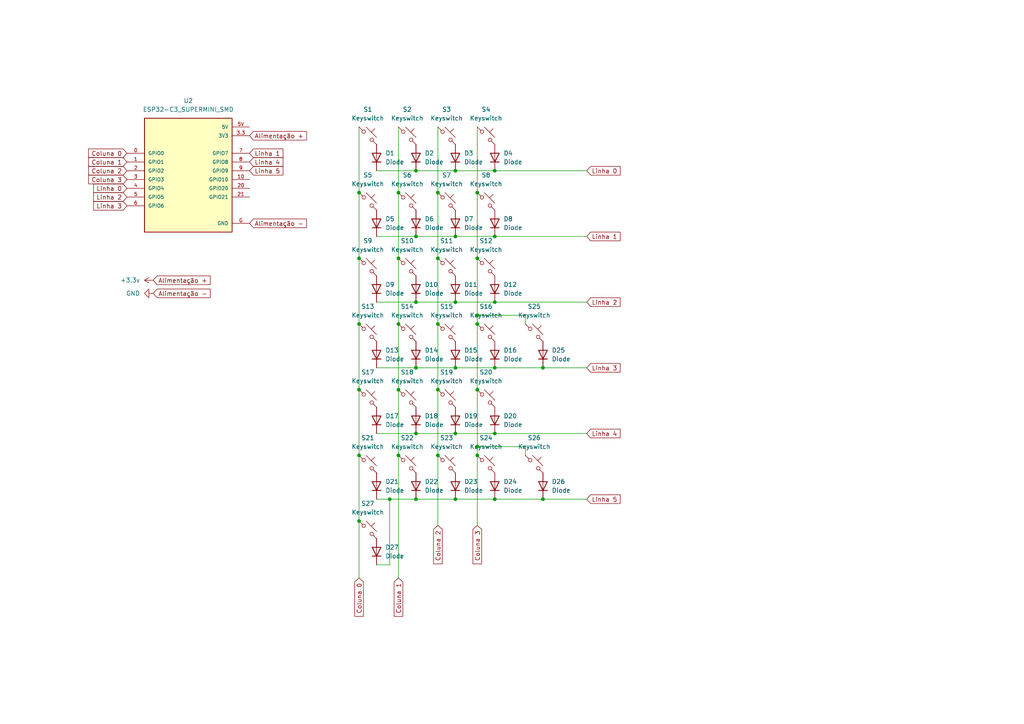
<source format=kicad_sch>
(kicad_sch (version 20231120) (generator "eeschema") (generator_version "8.0")
  (paper "A4")
  (lib_symbols
    (symbol "ESP32-C3_SUPERMINI_SMD:ESP32-C3_SUPERMINI_SMD" (pin_names (offset 1.016))
      (property "Reference" "U" (at -12.7 16.002 0))
      (property "Value" "ESP32-C3_SUPERMINI_SMD" (at -12.7 -20.32 0))
      (symbol "ESP32-C3_SUPERMINI_SMD_0_0"
        (rectangle (start -12.7 -17.78) (end 12.7 15.24) (stroke (width 0.254)) (fill (type background)))
        (pin bidirectional line (at -17.78 5.08 0) (length 5.08) (name "GPIO0") (number "0"))
        (pin bidirectional line (at -17.78 2.54 0) (length 5.08) (name "GPIO1") (number "1"))
        (pin bidirectional line (at 17.78 -2.54 180) (length 5.08) (name "GPIO10") (number "10"))
        (pin bidirectional line (at -17.78 0 0) (length 5.08) (name "GPIO2") (number "2"))
        (pin bidirectional line (at 17.78 -5.08 180) (length 5.08) (name "GPIO20") (number "20"))
        (pin bidirectional line (at 17.78 -7.62 180) (length 5.08) (name "GPIO21") (number "21"))
        (pin bidirectional line (at -17.78 -2.54 0) (length 5.08) (name "GPIO3") (number "3"))
        (pin power_in line (at 17.78 10.16 180) (length 5.08) (name "3V3") (number "3.3"))
        (pin bidirectional line (at -17.78 -5.08 0) (length 5.08) (name "GPIO4") (number "4"))
        (pin bidirectional line (at -17.78 -7.62 0) (length 5.08) (name "GPIO5") (number "5"))
        (pin power_in line (at 17.78 12.7 180) (length 5.08) (name "5V") (number "5V"))
        (pin bidirectional line (at -17.78 -10.16 0) (length 5.08) (name "GPIO6") (number "6"))
        (pin bidirectional line (at 17.78 5.08 180) (length 5.08) (name "GPIO7") (number "7"))
        (pin bidirectional line (at 17.78 2.54 180) (length 5.08) (name "GPIO8") (number "8"))
        (pin bidirectional line (at 17.78 0 180) (length 5.08) (name "GPIO9") (number "9"))
        (pin power_in line (at 17.78 -15.24 180) (length 5.08) (name "GND") (number "G"))
      )
    )
    (symbol "ScottoKeebs:Placeholder_Diode" (pin_numbers hide) (pin_names hide)
      (property "Reference" "D" (at 0 2.54 0))
      (property "Value" "Diode" (at 0 -2.54 0))
      (symbol "Placeholder_Diode_0_1"
        (polyline (pts (xy -1.27 1.27) (xy -1.27 -1.27)) (stroke (width 0.254)))
        (polyline (pts (xy 1.27 0) (xy -1.27 0)))
        (polyline (pts (xy 1.27 1.27) (xy 1.27 -1.27) (xy -1.27 0) (xy 1.27 1.27)) (stroke (width 0.254)))
      )
      (symbol "Placeholder_Diode_1_1"
        (pin passive line (at -3.81 0 0) (length 2.54) (name "K") (number "1"))
        (pin passive line (at 3.81 0 180) (length 2.54) (name "A") (number "2"))
      )
    )
    (symbol "ScottoKeebs:Placeholder_Keyswitch" (pin_numbers hide) (pin_names (offset 1.016) hide)
      (property "Reference" "S" (at 3.048 1.016 0))
      (property "Value" "Keyswitch" (at 0 -3.81 0))
      (symbol "Placeholder_Keyswitch_0_1"
        (circle (center -1.1684 1.1684) (radius 0.508))
        (polyline (pts (xy -0.508 2.54) (xy 2.54 -0.508)))
        (polyline (pts (xy 1.016 1.016) (xy 2.032 2.032)))
        (polyline (pts (xy -2.54 2.54) (xy -1.524 1.524) (xy -1.524 1.524)))
        (polyline (pts (xy 1.524 -1.524) (xy 2.54 -2.54) (xy 2.54 -2.54) (xy 2.54 -2.54)))
        (circle (center 1.143 -1.1938) (radius 0.508))
        (pin passive line (at -2.54 2.54 0) (length 0) (name "1") (number "1"))
        (pin passive line (at 2.54 -2.54 180) (length 0) (name "2") (number "2"))
      )
    )
    (symbol "power:+5V" (power) (pin_numbers hide) (pin_names (offset 0) hide)
      (property "Value" "+5V" (at 0 3.556 0))
      (symbol "+5V_0_1"
        (polyline (pts (xy -0.762 1.27) (xy 0 2.54)))
        (polyline (pts (xy 0 0) (xy 0 2.54)))
        (polyline (pts (xy 0 2.54) (xy 0.762 1.27)))
      )
      (symbol "+5V_1_1"
        (pin power_in line (at 0 0 90) (length 0) (name "~") (number "1"))
      )
    )
    (symbol "power:GND" (power) (pin_numbers hide) (pin_names (offset 0) hide)
      (property "Value" "GND" (at 0 -3.81 0))
      (symbol "GND_0_1"
        (polyline (pts (xy 0 0) (xy 0 -1.27) (xy 1.27 -1.27) (xy 0 -2.54) (xy -1.27 -1.27) (xy 0 -1.27)))
      )
      (symbol "GND_1_1"
        (pin power_in line (at 0 0 270) (length 0) (name "~") (number "1"))
      )
    )
  )
  (junction (at 127 93.98))
  (junction (at 132.08 144.78))
  (junction (at 120.65 125.73))
  (junction (at 127 113.03))
  (junction (at 157.48 144.78))
  (junction (at 143.51 68.58))
  (junction (at 104.14 113.03))
  (junction (at 143.51 87.63))
  (junction (at 104.14 132.08))
  (junction (at 115.57 55.88))
  (junction (at 120.65 68.58))
  (junction (at 120.65 87.63))
  (junction (at 115.57 132.08))
  (junction (at 104.14 55.88))
  (junction (at 132.08 49.53))
  (junction (at 115.57 74.93))
  (junction (at 127 132.08))
  (junction (at 120.65 49.53))
  (junction (at 104.14 151.13))
  (junction (at 115.57 113.03))
  (junction (at 157.48 106.68))
  (junction (at 143.51 106.68))
  (junction (at 127 74.93))
  (junction (at 104.14 93.98))
  (junction (at 104.14 74.93))
  (junction (at 132.08 87.63))
  (junction (at 138.43 129.54))
  (junction (at 138.43 91.44))
  (junction (at 138.43 113.03))
  (junction (at 120.65 106.68))
  (junction (at 120.65 144.78))
  (junction (at 132.08 125.73))
  (junction (at 143.51 49.53))
  (junction (at 138.43 74.93))
  (junction (at 113.03 144.78))
  (junction (at 138.43 132.08))
  (junction (at 138.43 93.98))
  (junction (at 127 55.88))
  (junction (at 132.08 106.68))
  (junction (at 143.51 144.78))
  (junction (at 115.57 93.98))
  (junction (at 138.43 55.88))
  (junction (at 132.08 68.58))
  (junction (at 143.51 125.73))
  (wire (pts (xy 115.57 36.83) (xy 115.57 55.88)))
  (wire (pts (xy 127 113.03) (xy 127 132.08)))
  (wire (pts (xy 138.43 129.54) (xy 138.43 132.08)))
  (wire (pts (xy 138.43 74.93) (xy 138.43 91.44)))
  (wire (pts (xy 132.08 106.68) (xy 143.51 106.68)))
  (wire (pts (xy 157.48 144.78) (xy 170.18 144.78)))
  (wire (pts (xy 115.57 93.98) (xy 115.57 113.03)))
  (wire (pts (xy 120.65 125.73) (xy 132.08 125.73)))
  (wire (pts (xy 138.43 132.08) (xy 138.43 152.4)))
  (wire (pts (xy 113.03 163.83) (xy 113.03 144.78)))
  (wire (pts (xy 138.43 93.98) (xy 138.43 113.03)))
  (wire (pts (xy 109.22 87.63) (xy 120.65 87.63)))
  (wire (pts (xy 138.43 36.83) (xy 138.43 55.88)))
  (wire (pts (xy 120.65 68.58) (xy 132.08 68.58)))
  (wire (pts (xy 152.4 129.54) (xy 138.43 129.54)))
  (wire (pts (xy 104.14 132.08) (xy 104.14 151.13)))
  (wire (pts (xy 132.08 68.58) (xy 143.51 68.58)))
  (wire (pts (xy 132.08 144.78) (xy 143.51 144.78)))
  (wire (pts (xy 138.43 91.44) (xy 138.43 93.98)))
  (wire (pts (xy 152.4 132.08) (xy 152.4 129.54)))
  (wire (pts (xy 143.51 125.73) (xy 170.18 125.73)))
  (wire (pts (xy 109.22 125.73) (xy 120.65 125.73)))
  (wire (pts (xy 143.51 106.68) (xy 157.48 106.68)))
  (wire (pts (xy 109.22 106.68) (xy 120.65 106.68)))
  (wire (pts (xy 138.43 113.03) (xy 138.43 129.54)))
  (wire (pts (xy 115.57 113.03) (xy 115.57 132.08)))
  (wire (pts (xy 115.57 55.88) (xy 115.57 74.93)))
  (wire (pts (xy 104.14 74.93) (xy 104.14 93.98)))
  (wire (pts (xy 132.08 125.73) (xy 143.51 125.73)))
  (wire (pts (xy 132.08 87.63) (xy 143.51 87.63)))
  (wire (pts (xy 120.65 49.53) (xy 132.08 49.53)))
  (wire (pts (xy 127 55.88) (xy 127 74.93)))
  (wire (pts (xy 104.14 113.03) (xy 104.14 132.08)))
  (wire (pts (xy 127 74.93) (xy 127 93.98)))
  (wire (pts (xy 109.22 144.78) (xy 113.03 144.78)))
  (wire (pts (xy 113.03 144.78) (xy 120.65 144.78)))
  (wire (pts (xy 143.51 144.78) (xy 157.48 144.78)))
  (wire (pts (xy 157.48 106.68) (xy 170.18 106.68)))
  (wire (pts (xy 138.43 55.88) (xy 138.43 74.93)))
  (wire (pts (xy 115.57 132.08) (xy 115.57 167.64)))
  (wire (pts (xy 109.22 49.53) (xy 120.65 49.53)))
  (wire (pts (xy 127 36.83) (xy 127 55.88)))
  (wire (pts (xy 127 93.98) (xy 127 113.03)))
  (wire (pts (xy 143.51 87.63) (xy 170.18 87.63)))
  (wire (pts (xy 120.65 87.63) (xy 132.08 87.63)))
  (wire (pts (xy 104.14 36.83) (xy 104.14 55.88)))
  (wire (pts (xy 127 132.08) (xy 127 152.4)))
  (wire (pts (xy 132.08 49.53) (xy 143.51 49.53)))
  (wire (pts (xy 152.4 91.44) (xy 138.43 91.44)))
  (wire (pts (xy 152.4 93.98) (xy 152.4 91.44)))
  (wire (pts (xy 109.22 68.58) (xy 120.65 68.58)))
  (wire (pts (xy 143.51 68.58) (xy 170.18 68.58)))
  (wire (pts (xy 120.65 106.68) (xy 132.08 106.68)))
  (wire (pts (xy 143.51 49.53) (xy 170.18 49.53)))
  (wire (pts (xy 104.14 55.88) (xy 104.14 74.93)))
  (wire (pts (xy 115.57 74.93) (xy 115.57 93.98)))
  (wire (pts (xy 104.14 93.98) (xy 104.14 113.03)))
  (wire (pts (xy 120.65 144.78) (xy 132.08 144.78)))
  (wire (pts (xy 104.14 151.13) (xy 104.14 167.64)))
  (wire (pts (xy 109.22 163.83) (xy 113.03 163.83)))
  (global_label "Linha 4" (shape input) (at 170.18 125.73 0) (property "Intersheetrefs" "${INTERSHEET_REFS}" (effects (hide yes))))
  (global_label "Coluna 2" (shape input) (at 36.83 49.53 180) (property "Intersheetrefs" "${INTERSHEET_REFS}" (effects (hide yes))))
  (global_label "Linha 5" (shape input) (at 72.39 49.53 0) (property "Intersheetrefs" "${INTERSHEET_REFS}" (effects (hide yes))))
  (global_label "Alimentação +" (shape input) (at 44.45 81.28 0) (property "Intersheetrefs" "${INTERSHEET_REFS}" (effects (hide yes))))
  (global_label "Linha 2" (shape input) (at 170.18 87.63 0) (property "Intersheetrefs" "${INTERSHEET_REFS}" (effects (hide yes))))
  (global_label "Alimentação -" (shape input) (at 44.45 85.09 0) (property "Intersheetrefs" "${INTERSHEET_REFS}" (effects (hide yes))))
  (global_label "Linha 3" (shape input) (at 170.18 106.68 0) (property "Intersheetrefs" "${INTERSHEET_REFS}" (effects (hide yes))))
  (global_label "Coluna 3" (shape input) (at 36.83 52.07 180) (property "Intersheetrefs" "${INTERSHEET_REFS}" (effects (hide yes))))
  (global_label "Coluna 0" (shape input) (at 36.83 44.45 180) (property "Intersheetrefs" "${INTERSHEET_REFS}" (effects (hide yes))))
  (global_label "Coluna 3" (shape input) (at 138.43 152.4 270) (property "Intersheetrefs" "${INTERSHEET_REFS}" (effects (hide yes))))
  (global_label "Alimentação -" (shape input) (at 72.39 64.77 0) (property "Intersheetrefs" "${INTERSHEET_REFS}" (effects (hide yes))))
  (global_label "Linha 3" (shape input) (at 36.83 59.69 180) (property "Intersheetrefs" "${INTERSHEET_REFS}" (effects (hide yes))))
  (global_label "Coluna 1" (shape input) (at 115.57 167.64 270) (property "Intersheetrefs" "${INTERSHEET_REFS}" (effects (hide yes))))
  (global_label "Linha 1" (shape input) (at 72.39 44.45 0) (property "Intersheetrefs" "${INTERSHEET_REFS}" (effects (hide yes))))
  (global_label "Linha 5" (shape input) (at 170.18 144.78 0) (property "Intersheetrefs" "${INTERSHEET_REFS}" (effects (hide yes))))
  (global_label "Alimentação +" (shape input) (at 72.39 39.37 0) (property "Intersheetrefs" "${INTERSHEET_REFS}" (effects (hide yes))))
  (global_label "Linha 1" (shape input) (at 170.18 68.58 0) (property "Intersheetrefs" "${INTERSHEET_REFS}" (effects (hide yes))))
  (global_label "Linha 4" (shape input) (at 72.39 46.99 0) (property "Intersheetrefs" "${INTERSHEET_REFS}" (effects (hide yes))))
  (global_label "Coluna 0" (shape input) (at 104.14 167.64 270) (property "Intersheetrefs" "${INTERSHEET_REFS}" (effects (hide yes))))
  (global_label "Coluna 2" (shape input) (at 127 152.4 270) (property "Intersheetrefs" "${INTERSHEET_REFS}" (effects (hide yes))))
  (global_label "Linha 0" (shape input) (at 170.18 49.53 0) (property "Intersheetrefs" "${INTERSHEET_REFS}" (effects (hide yes))))
  (global_label "Linha 2" (shape input) (at 36.83 57.15 180) (property "Intersheetrefs" "${INTERSHEET_REFS}" (effects (hide yes))))
  (global_label "Linha 0" (shape input) (at 36.83 54.61 180) (property "Intersheetrefs" "${INTERSHEET_REFS}" (effects (hide yes))))
  (global_label "Coluna 1" (shape input) (at 36.83 46.99 180) (property "Intersheetrefs" "${INTERSHEET_REFS}" (effects (hide yes))))
  (symbol (lib_id "ScottoKeebs:Placeholder_Keyswitch") (at 118.11 39.37 0) (unit 1)
    (property "Reference" "S2" (at 118.11 31.75 0))
    (property "Value" "Keyswitch" (at 118.11 34.29 0))
    (property "Footprint" "ScottoKeebs_Hotswap:Hotswap_MX_Plated_1.00u" (effects (hide yes)))
    (property "Description" "Push button switch, normally open, two pins, 45° tilted" (effects (hide yes)))
  )
  (symbol (lib_id "ScottoKeebs:Placeholder_Diode") (at 132.08 140.97 90) (unit 1)
    (property "Reference" "D23" (at 134.62 139.6999 90) (effects (justify right)))
    (property "Value" "Diode" (at 134.62 142.2399 90) (effects (justify right)))
    (property "Footprint" "Diode_THT:D_DO-35_SOD27_P7.62mm_Horizontal" (effects (hide yes)))
    (property "Description" "1N4148 (DO-35) or 1N4148W (SOD-123)" (effects (hide yes)))
    (property "Sim.Device" "D" (effects (hide yes)))
    (property "Sim.Pins" "1=K 2=A" (effects (hide yes)))
  )
  (symbol (lib_id "ScottoKeebs:Placeholder_Keyswitch") (at 106.68 77.47 0) (unit 1)
    (property "Reference" "S9" (at 106.68 69.85 0))
    (property "Value" "Keyswitch" (at 106.68 72.39 0))
    (property "Footprint" "ScottoKeebs_Hotswap:Hotswap_MX_Plated_1.00u" (effects (hide yes)))
    (property "Description" "Push button switch, normally open, two pins, 45° tilted" (effects (hide yes)))
  )
  (symbol (lib_id "ScottoKeebs:Placeholder_Keyswitch") (at 118.11 77.47 0) (unit 1)
    (property "Reference" "S10" (at 118.11 69.85 0))
    (property "Value" "Keyswitch" (at 118.11 72.39 0))
    (property "Footprint" "ScottoKeebs_Hotswap:Hotswap_MX_Plated_1.00u" (effects (hide yes)))
    (property "Description" "Push button switch, normally open, two pins, 45° tilted" (effects (hide yes)))
  )
  (symbol (lib_id "ScottoKeebs:Placeholder_Keyswitch") (at 118.11 58.42 0) (unit 1)
    (property "Reference" "S6" (at 118.11 50.8 0))
    (property "Value" "Keyswitch" (at 118.11 53.34 0))
    (property "Footprint" "ScottoKeebs_Hotswap:Hotswap_MX_Plated_1.00u" (effects (hide yes)))
    (property "Description" "Push button switch, normally open, two pins, 45° tilted" (effects (hide yes)))
  )
  (symbol (lib_id "ScottoKeebs:Placeholder_Keyswitch") (at 140.97 96.52 0) (unit 1)
    (property "Reference" "S16" (at 140.97 88.9 0))
    (property "Value" "Keyswitch" (at 140.97 91.44 0))
    (property "Footprint" "ScottoKeebs_Hotswap:Hotswap_MX_Plated_1.00u" (effects (hide yes)))
    (property "Description" "Push button switch, normally open, two pins, 45° tilted" (effects (hide yes)))
  )
  (symbol (lib_id "ScottoKeebs:Placeholder_Diode") (at 120.65 121.92 90) (unit 1)
    (property "Reference" "D18" (at 123.19 120.6499 90) (effects (justify right)))
    (property "Value" "Diode" (at 123.19 123.1899 90) (effects (justify right)))
    (property "Footprint" "Diode_THT:D_DO-35_SOD27_P7.62mm_Horizontal" (effects (hide yes)))
    (property "Description" "1N4148 (DO-35) or 1N4148W (SOD-123)" (effects (hide yes)))
    (property "Sim.Device" "D" (effects (hide yes)))
    (property "Sim.Pins" "1=K 2=A" (effects (hide yes)))
  )
  (symbol (lib_id "ScottoKeebs:Placeholder_Keyswitch") (at 140.97 115.57 0) (unit 1)
    (property "Reference" "S20" (at 140.97 107.95 0))
    (property "Value" "Keyswitch" (at 140.97 110.49 0))
    (property "Footprint" "ScottoKeebs_Hotswap:Hotswap_MX_Plated_1.00u" (effects (hide yes)))
    (property "Description" "Push button switch, normally open, two pins, 45° tilted" (effects (hide yes)))
  )
  (symbol (lib_id "ScottoKeebs:Placeholder_Diode") (at 143.51 121.92 90) (unit 1)
    (property "Reference" "D20" (at 146.05 120.6499 90) (effects (justify right)))
    (property "Value" "Diode" (at 146.05 123.1899 90) (effects (justify right)))
    (property "Footprint" "Diode_THT:D_DO-35_SOD27_P7.62mm_Horizontal" (effects (hide yes)))
    (property "Description" "1N4148 (DO-35) or 1N4148W (SOD-123)" (effects (hide yes)))
    (property "Sim.Device" "D" (effects (hide yes)))
    (property "Sim.Pins" "1=K 2=A" (effects (hide yes)))
  )
  (symbol (lib_id "ScottoKeebs:Placeholder_Diode") (at 109.22 160.02 90) (unit 1)
    (property "Reference" "D27" (at 111.76 158.7499 90) (effects (justify right)))
    (property "Value" "Diode" (at 111.76 161.2899 90) (effects (justify right)))
    (property "Footprint" "Diode_THT:D_DO-35_SOD27_P7.62mm_Horizontal" (effects (hide yes)))
    (property "Description" "1N4148 (DO-35) or 1N4148W (SOD-123)" (effects (hide yes)))
    (property "Sim.Device" "D" (effects (hide yes)))
    (property "Sim.Pins" "1=K 2=A" (effects (hide yes)))
  )
  (symbol (lib_id "ScottoKeebs:Placeholder_Keyswitch") (at 129.54 115.57 0) (unit 1)
    (property "Reference" "S19" (at 129.54 107.95 0))
    (property "Value" "Keyswitch" (at 129.54 110.49 0))
    (property "Footprint" "ScottoKeebs_Hotswap:Hotswap_MX_Plated_1.00u" (effects (hide yes)))
    (property "Description" "Push button switch, normally open, two pins, 45° tilted" (effects (hide yes)))
  )
  (symbol (lib_id "ScottoKeebs:Placeholder_Keyswitch") (at 106.68 58.42 0) (unit 1)
    (property "Reference" "S5" (at 106.68 50.8 0))
    (property "Value" "Keyswitch" (at 106.68 53.34 0))
    (property "Footprint" "ScottoKeebs_Hotswap:Hotswap_MX_Plated_1.00u" (effects (hide yes)))
    (property "Description" "Push button switch, normally open, two pins, 45° tilted" (effects (hide yes)))
  )
  (symbol (lib_id "power:+5V") (at 44.45 81.28 90) (unit 1)
    (property "Reference" "#PWR01" (effects (hide yes)))
    (property "Value" "+3.3v" (at 40.64 81.2799 90) (effects (justify left)))
    (property "Description" "Power symbol creates a global label with name \"+5V\"" (effects (hide yes)))
  )
  (symbol (lib_id "ScottoKeebs:Placeholder_Keyswitch") (at 140.97 39.37 0) (unit 1)
    (property "Reference" "S4" (at 140.97 31.75 0))
    (property "Value" "Keyswitch" (at 140.97 34.29 0))
    (property "Footprint" "ScottoKeebs_Hotswap:Hotswap_MX_Plated_1.00u" (effects (hide yes)))
    (property "Description" "Push button switch, normally open, two pins, 45° tilted" (effects (hide yes)))
  )
  (symbol (lib_id "ScottoKeebs:Placeholder_Keyswitch") (at 106.68 134.62 0) (unit 1)
    (property "Reference" "S21" (at 106.68 127 0))
    (property "Value" "Keyswitch" (at 106.68 129.54 0))
    (property "Footprint" "ScottoKeebs_Hotswap:Hotswap_MX_Plated_1.00u" (effects (hide yes)))
    (property "Description" "Push button switch, normally open, two pins, 45° tilted" (effects (hide yes)))
  )
  (symbol (lib_id "ScottoKeebs:Placeholder_Diode") (at 132.08 83.82 90) (unit 1)
    (property "Reference" "D11" (at 134.62 82.5499 90) (effects (justify right)))
    (property "Value" "Diode" (at 134.62 85.0899 90) (effects (justify right)))
    (property "Footprint" "Diode_THT:D_DO-35_SOD27_P7.62mm_Horizontal" (effects (hide yes)))
    (property "Description" "1N4148 (DO-35) or 1N4148W (SOD-123)" (effects (hide yes)))
    (property "Sim.Device" "D" (effects (hide yes)))
    (property "Sim.Pins" "1=K 2=A" (effects (hide yes)))
  )
  (symbol (lib_id "ScottoKeebs:Placeholder_Keyswitch") (at 129.54 58.42 0) (unit 1)
    (property "Reference" "S7" (at 129.54 50.8 0))
    (property "Value" "Keyswitch" (at 129.54 53.34 0))
    (property "Footprint" "ScottoKeebs_Hotswap:Hotswap_MX_Plated_1.00u" (effects (hide yes)))
    (property "Description" "Push button switch, normally open, two pins, 45° tilted" (effects (hide yes)))
  )
  (symbol (lib_id "ScottoKeebs:Placeholder_Keyswitch") (at 140.97 77.47 0) (unit 1)
    (property "Reference" "S12" (at 140.97 69.85 0))
    (property "Value" "Keyswitch" (at 140.97 72.39 0))
    (property "Footprint" "ScottoKeebs_Hotswap:Hotswap_MX_Plated_1.00u" (effects (hide yes)))
    (property "Description" "Push button switch, normally open, two pins, 45° tilted" (effects (hide yes)))
  )
  (symbol (lib_id "ScottoKeebs:Placeholder_Diode") (at 143.51 45.72 90) (unit 1)
    (property "Reference" "D4" (at 146.05 44.4499 90) (effects (justify right)))
    (property "Value" "Diode" (at 146.05 46.9899 90) (effects (justify right)))
    (property "Footprint" "Diode_THT:D_DO-35_SOD27_P7.62mm_Horizontal" (effects (hide yes)))
    (property "Description" "1N4148 (DO-35) or 1N4148W (SOD-123)" (effects (hide yes)))
    (property "Sim.Device" "D" (effects (hide yes)))
    (property "Sim.Pins" "1=K 2=A" (effects (hide yes)))
  )
  (symbol (lib_id "ScottoKeebs:Placeholder_Diode") (at 109.22 102.87 90) (unit 1)
    (property "Reference" "D13" (at 111.76 101.5999 90) (effects (justify right)))
    (property "Value" "Diode" (at 111.76 104.1399 90) (effects (justify right)))
    (property "Footprint" "Diode_THT:D_DO-35_SOD27_P7.62mm_Horizontal" (effects (hide yes)))
    (property "Description" "1N4148 (DO-35) or 1N4148W (SOD-123)" (effects (hide yes)))
    (property "Sim.Device" "D" (effects (hide yes)))
    (property "Sim.Pins" "1=K 2=A" (effects (hide yes)))
  )
  (symbol (lib_id "ScottoKeebs:Placeholder_Keyswitch") (at 140.97 134.62 0) (unit 1)
    (property "Reference" "S24" (at 140.97 127 0))
    (property "Value" "Keyswitch" (at 140.97 129.54 0))
    (property "Footprint" "ScottoKeebs_Hotswap:Hotswap_MX_Plated_1.00u" (effects (hide yes)))
    (property "Description" "Push button switch, normally open, two pins, 45° tilted" (effects (hide yes)))
  )
  (symbol (lib_id "ScottoKeebs:Placeholder_Keyswitch") (at 106.68 115.57 0) (unit 1)
    (property "Reference" "S17" (at 106.68 107.95 0))
    (property "Value" "Keyswitch" (at 106.68 110.49 0))
    (property "Footprint" "ScottoKeebs_Hotswap:Hotswap_MX_Plated_1.00u" (effects (hide yes)))
    (property "Description" "Push button switch, normally open, two pins, 45° tilted" (effects (hide yes)))
  )
  (symbol (lib_id "ScottoKeebs:Placeholder_Diode") (at 132.08 64.77 90) (unit 1)
    (property "Reference" "D7" (at 134.62 63.4999 90) (effects (justify right)))
    (property "Value" "Diode" (at 134.62 66.0399 90) (effects (justify right)))
    (property "Footprint" "Diode_THT:D_DO-35_SOD27_P7.62mm_Horizontal" (effects (hide yes)))
    (property "Description" "1N4148 (DO-35) or 1N4148W (SOD-123)" (effects (hide yes)))
    (property "Sim.Device" "D" (effects (hide yes)))
    (property "Sim.Pins" "1=K 2=A" (effects (hide yes)))
  )
  (symbol (lib_id "ScottoKeebs:Placeholder_Keyswitch") (at 140.97 58.42 0) (unit 1)
    (property "Reference" "S8" (at 140.97 50.8 0))
    (property "Value" "Keyswitch" (at 140.97 53.34 0))
    (property "Footprint" "ScottoKeebs_Hotswap:Hotswap_MX_Plated_1.00u" (effects (hide yes)))
    (property "Description" "Push button switch, normally open, two pins, 45° tilted" (effects (hide yes)))
  )
  (symbol (lib_id "ScottoKeebs:Placeholder_Keyswitch") (at 118.11 96.52 0) (unit 1)
    (property "Reference" "S14" (at 118.11 88.9 0))
    (property "Value" "Keyswitch" (at 118.11 91.44 0))
    (property "Footprint" "ScottoKeebs_Hotswap:Hotswap_MX_Plated_1.00u" (effects (hide yes)))
    (property "Description" "Push button switch, normally open, two pins, 45° tilted" (effects (hide yes)))
  )
  (symbol (lib_id "ScottoKeebs:Placeholder_Diode") (at 120.65 83.82 90) (unit 1)
    (property "Reference" "D10" (at 123.19 82.5499 90) (effects (justify right)))
    (property "Value" "Diode" (at 123.19 85.0899 90) (effects (justify right)))
    (property "Footprint" "Diode_THT:D_DO-35_SOD27_P7.62mm_Horizontal" (effects (hide yes)))
    (property "Description" "1N4148 (DO-35) or 1N4148W (SOD-123)" (effects (hide yes)))
    (property "Sim.Device" "D" (effects (hide yes)))
    (property "Sim.Pins" "1=K 2=A" (effects (hide yes)))
  )
  (symbol (lib_id "ScottoKeebs:Placeholder_Diode") (at 132.08 102.87 90) (unit 1)
    (property "Reference" "D15" (at 134.62 101.5999 90) (effects (justify right)))
    (property "Value" "Diode" (at 134.62 104.1399 90) (effects (justify right)))
    (property "Footprint" "Diode_THT:D_DO-35_SOD27_P7.62mm_Horizontal" (effects (hide yes)))
    (property "Description" "1N4148 (DO-35) or 1N4148W (SOD-123)" (effects (hide yes)))
    (property "Sim.Device" "D" (effects (hide yes)))
    (property "Sim.Pins" "1=K 2=A" (effects (hide yes)))
  )
  (symbol (lib_id "ScottoKeebs:Placeholder_Diode") (at 143.51 102.87 90) (unit 1)
    (property "Reference" "D16" (at 146.05 101.5999 90) (effects (justify right)))
    (property "Value" "Diode" (at 146.05 104.1399 90) (effects (justify right)))
    (property "Footprint" "Diode_THT:D_DO-35_SOD27_P7.62mm_Horizontal" (effects (hide yes)))
    (property "Description" "1N4148 (DO-35) or 1N4148W (SOD-123)" (effects (hide yes)))
    (property "Sim.Device" "D" (effects (hide yes)))
    (property "Sim.Pins" "1=K 2=A" (effects (hide yes)))
  )
  (symbol (lib_id "ScottoKeebs:Placeholder_Keyswitch") (at 129.54 77.47 0) (unit 1)
    (property "Reference" "S11" (at 129.54 69.85 0))
    (property "Value" "Keyswitch" (at 129.54 72.39 0))
    (property "Footprint" "ScottoKeebs_Hotswap:Hotswap_MX_Plated_1.00u" (effects (hide yes)))
    (property "Description" "Push button switch, normally open, two pins, 45° tilted" (effects (hide yes)))
  )
  (symbol (lib_id "ScottoKeebs:Placeholder_Diode") (at 157.48 102.87 90) (unit 1)
    (property "Reference" "D25" (at 160.02 101.5999 90) (effects (justify right)))
    (property "Value" "Diode" (at 160.02 104.1399 90) (effects (justify right)))
    (property "Footprint" "Diode_THT:D_DO-35_SOD27_P7.62mm_Horizontal" (effects (hide yes)))
    (property "Description" "1N4148 (DO-35) or 1N4148W (SOD-123)" (effects (hide yes)))
    (property "Sim.Device" "D" (effects (hide yes)))
    (property "Sim.Pins" "1=K 2=A" (effects (hide yes)))
  )
  (symbol (lib_id "ScottoKeebs:Placeholder_Keyswitch") (at 118.11 134.62 0) (unit 1)
    (property "Reference" "S22" (at 118.11 127 0))
    (property "Value" "Keyswitch" (at 118.11 129.54 0))
    (property "Footprint" "ScottoKeebs_Hotswap:Hotswap_MX_Plated_1.00u" (effects (hide yes)))
    (property "Description" "Push button switch, normally open, two pins, 45° tilted" (effects (hide yes)))
  )
  (symbol (lib_id "ScottoKeebs:Placeholder_Keyswitch") (at 106.68 39.37 0) (unit 1)
    (property "Reference" "S1" (at 106.68 31.75 0))
    (property "Value" "Keyswitch" (at 106.68 34.29 0))
    (property "Footprint" "ScottoKeebs_Hotswap:Hotswap_MX_Plated_1.00u" (effects (hide yes)))
    (property "Description" "Push button switch, normally open, two pins, 45° tilted" (effects (hide yes)))
  )
  (symbol (lib_id "ScottoKeebs:Placeholder_Keyswitch") (at 106.68 153.67 0) (unit 1)
    (property "Reference" "S27" (at 106.68 146.05 0))
    (property "Value" "Keyswitch" (at 106.68 148.59 0))
    (property "Footprint" "ScottoKeebs_Hotswap:Hotswap_MX_Plated_1.00u" (effects (hide yes)))
    (property "Description" "Push button switch, normally open, two pins, 45° tilted" (effects (hide yes)))
  )
  (symbol (lib_id "ScottoKeebs:Placeholder_Keyswitch") (at 154.94 96.52 0) (unit 1)
    (property "Reference" "S25" (at 154.94 88.9 0))
    (property "Value" "Keyswitch" (at 154.94 91.44 0))
    (property "Footprint" "ScottoKeebs_Hotswap:Hotswap_MX_Plated_1.00u" (effects (hide yes)))
    (property "Description" "Push button switch, normally open, two pins, 45° tilted" (effects (hide yes)))
  )
  (symbol (lib_id "ScottoKeebs:Placeholder_Diode") (at 109.22 121.92 90) (unit 1)
    (property "Reference" "D17" (at 111.76 120.6499 90) (effects (justify right)))
    (property "Value" "Diode" (at 111.76 123.1899 90) (effects (justify right)))
    (property "Footprint" "Diode_THT:D_DO-35_SOD27_P7.62mm_Horizontal" (effects (hide yes)))
    (property "Description" "1N4148 (DO-35) or 1N4148W (SOD-123)" (effects (hide yes)))
    (property "Sim.Device" "D" (effects (hide yes)))
    (property "Sim.Pins" "1=K 2=A" (effects (hide yes)))
  )
  (symbol (lib_id "ScottoKeebs:Placeholder_Diode") (at 120.65 45.72 90) (unit 1)
    (property "Reference" "D2" (at 123.19 44.4499 90) (effects (justify right)))
    (property "Value" "Diode" (at 123.19 46.9899 90) (effects (justify right)))
    (property "Footprint" "Diode_THT:D_DO-35_SOD27_P7.62mm_Horizontal" (effects (hide yes)))
    (property "Description" "1N4148 (DO-35) or 1N4148W (SOD-123)" (effects (hide yes)))
    (property "Sim.Device" "D" (effects (hide yes)))
    (property "Sim.Pins" "1=K 2=A" (effects (hide yes)))
  )
  (symbol (lib_id "ScottoKeebs:Placeholder_Keyswitch") (at 129.54 96.52 0) (unit 1)
    (property "Reference" "S15" (at 129.54 88.9 0))
    (property "Value" "Keyswitch" (at 129.54 91.44 0))
    (property "Footprint" "ScottoKeebs_Hotswap:Hotswap_MX_Plated_1.00u" (effects (hide yes)))
    (property "Description" "Push button switch, normally open, two pins, 45° tilted" (effects (hide yes)))
  )
  (symbol (lib_id "ScottoKeebs:Placeholder_Diode") (at 120.65 102.87 90) (unit 1)
    (property "Reference" "D14" (at 123.19 101.5999 90) (effects (justify right)))
    (property "Value" "Diode" (at 123.19 104.1399 90) (effects (justify right)))
    (property "Footprint" "Diode_THT:D_DO-35_SOD27_P7.62mm_Horizontal" (effects (hide yes)))
    (property "Description" "1N4148 (DO-35) or 1N4148W (SOD-123)" (effects (hide yes)))
    (property "Sim.Device" "D" (effects (hide yes)))
    (property "Sim.Pins" "1=K 2=A" (effects (hide yes)))
  )
  (symbol (lib_id "ScottoKeebs:Placeholder_Keyswitch") (at 129.54 39.37 0) (unit 1)
    (property "Reference" "S3" (at 129.54 31.75 0))
    (property "Value" "Keyswitch" (at 129.54 34.29 0))
    (property "Footprint" "ScottoKeebs_Hotswap:Hotswap_MX_Plated_1.00u" (effects (hide yes)))
    (property "Description" "Push button switch, normally open, two pins, 45° tilted" (effects (hide yes)))
  )
  (symbol (lib_id "ScottoKeebs:Placeholder_Keyswitch") (at 129.54 134.62 0) (unit 1)
    (property "Reference" "S23" (at 129.54 127 0))
    (property "Value" "Keyswitch" (at 129.54 129.54 0))
    (property "Footprint" "ScottoKeebs_Hotswap:Hotswap_MX_Plated_1.00u" (effects (hide yes)))
    (property "Description" "Push button switch, normally open, two pins, 45° tilted" (effects (hide yes)))
  )
  (symbol (lib_id "ScottoKeebs:Placeholder_Diode") (at 143.51 64.77 90) (unit 1)
    (property "Reference" "D8" (at 146.05 63.4999 90) (effects (justify right)))
    (property "Value" "Diode" (at 146.05 66.0399 90) (effects (justify right)))
    (property "Footprint" "Diode_THT:D_DO-35_SOD27_P7.62mm_Horizontal" (effects (hide yes)))
    (property "Description" "1N4148 (DO-35) or 1N4148W (SOD-123)" (effects (hide yes)))
    (property "Sim.Device" "D" (effects (hide yes)))
    (property "Sim.Pins" "1=K 2=A" (effects (hide yes)))
  )
  (symbol (lib_id "ScottoKeebs:Placeholder_Diode") (at 109.22 83.82 90) (unit 1)
    (property "Reference" "D9" (at 111.76 82.5499 90) (effects (justify right)))
    (property "Value" "Diode" (at 111.76 85.0899 90) (effects (justify right)))
    (property "Footprint" "Diode_THT:D_DO-35_SOD27_P7.62mm_Horizontal" (effects (hide yes)))
    (property "Description" "1N4148 (DO-35) or 1N4148W (SOD-123)" (effects (hide yes)))
    (property "Sim.Device" "D" (effects (hide yes)))
    (property "Sim.Pins" "1=K 2=A" (effects (hide yes)))
  )
  (symbol (lib_id "ScottoKeebs:Placeholder_Diode") (at 132.08 45.72 90) (unit 1)
    (property "Reference" "D3" (at 134.62 44.4499 90) (effects (justify right)))
    (property "Value" "Diode" (at 134.62 46.9899 90) (effects (justify right)))
    (property "Footprint" "Diode_THT:D_DO-35_SOD27_P7.62mm_Horizontal" (effects (hide yes)))
    (property "Description" "1N4148 (DO-35) or 1N4148W (SOD-123)" (effects (hide yes)))
    (property "Sim.Device" "D" (effects (hide yes)))
    (property "Sim.Pins" "1=K 2=A" (effects (hide yes)))
  )
  (symbol (lib_id "ScottoKeebs:Placeholder_Keyswitch") (at 106.68 96.52 0) (unit 1)
    (property "Reference" "S13" (at 106.68 88.9 0))
    (property "Value" "Keyswitch" (at 106.68 91.44 0))
    (property "Footprint" "ScottoKeebs_Hotswap:Hotswap_MX_Plated_1.00u" (effects (hide yes)))
    (property "Description" "Push button switch, normally open, two pins, 45° tilted" (effects (hide yes)))
  )
  (symbol (lib_id "ScottoKeebs:Placeholder_Diode") (at 120.65 64.77 90) (unit 1)
    (property "Reference" "D6" (at 123.19 63.4999 90) (effects (justify right)))
    (property "Value" "Diode" (at 123.19 66.0399 90) (effects (justify right)))
    (property "Footprint" "Diode_THT:D_DO-35_SOD27_P7.62mm_Horizontal" (effects (hide yes)))
    (property "Description" "1N4148 (DO-35) or 1N4148W (SOD-123)" (effects (hide yes)))
    (property "Sim.Device" "D" (effects (hide yes)))
    (property "Sim.Pins" "1=K 2=A" (effects (hide yes)))
  )
  (symbol (lib_id "ScottoKeebs:Placeholder_Diode") (at 109.22 140.97 90) (unit 1)
    (property "Reference" "D21" (at 111.76 139.6999 90) (effects (justify right)))
    (property "Value" "Diode" (at 111.76 142.2399 90) (effects (justify right)))
    (property "Footprint" "Diode_THT:D_DO-35_SOD27_P7.62mm_Horizontal" (effects (hide yes)))
    (property "Description" "1N4148 (DO-35) or 1N4148W (SOD-123)" (effects (hide yes)))
    (property "Sim.Device" "D" (effects (hide yes)))
    (property "Sim.Pins" "1=K 2=A" (effects (hide yes)))
  )
  (symbol (lib_id "ScottoKeebs:Placeholder_Diode") (at 109.22 45.72 90) (unit 1)
    (property "Reference" "D1" (at 111.76 44.4499 90) (effects (justify right)))
    (property "Value" "Diode" (at 111.76 46.9899 90) (effects (justify right)))
    (property "Footprint" "Diode_THT:D_DO-35_SOD27_P7.62mm_Horizontal" (effects (hide yes)))
    (property "Description" "1N4148 (DO-35) or 1N4148W (SOD-123)" (effects (hide yes)))
    (property "Sim.Device" "D" (effects (hide yes)))
    (property "Sim.Pins" "1=K 2=A" (effects (hide yes)))
  )
  (symbol (lib_id "ScottoKeebs:Placeholder_Diode") (at 120.65 140.97 90) (unit 1)
    (property "Reference" "D22" (at 123.19 139.6999 90) (effects (justify right)))
    (property "Value" "Diode" (at 123.19 142.2399 90) (effects (justify right)))
    (property "Footprint" "Diode_THT:D_DO-35_SOD27_P7.62mm_Horizontal" (effects (hide yes)))
    (property "Description" "1N4148 (DO-35) or 1N4148W (SOD-123)" (effects (hide yes)))
    (property "Sim.Device" "D" (effects (hide yes)))
    (property "Sim.Pins" "1=K 2=A" (effects (hide yes)))
  )
  (symbol (lib_id "ScottoKeebs:Placeholder_Diode") (at 143.51 83.82 90) (unit 1)
    (property "Reference" "D12" (at 146.05 82.5499 90) (effects (justify right)))
    (property "Value" "Diode" (at 146.05 85.0899 90) (effects (justify right)))
    (property "Footprint" "Diode_THT:D_DO-35_SOD27_P7.62mm_Horizontal" (effects (hide yes)))
    (property "Description" "1N4148 (DO-35) or 1N4148W (SOD-123)" (effects (hide yes)))
    (property "Sim.Device" "D" (effects (hide yes)))
    (property "Sim.Pins" "1=K 2=A" (effects (hide yes)))
  )
  (symbol (lib_id "ScottoKeebs:Placeholder_Keyswitch") (at 118.11 115.57 0) (unit 1)
    (property "Reference" "S18" (at 118.11 107.95 0))
    (property "Value" "Keyswitch" (at 118.11 110.49 0))
    (property "Footprint" "ScottoKeebs_Hotswap:Hotswap_MX_Plated_1.00u" (effects (hide yes)))
    (property "Description" "Push button switch, normally open, two pins, 45° tilted" (effects (hide yes)))
  )
  (symbol (lib_id "ScottoKeebs:Placeholder_Diode") (at 157.48 140.97 90) (unit 1)
    (property "Reference" "D26" (at 160.02 139.6999 90) (effects (justify right)))
    (property "Value" "Diode" (at 160.02 142.2399 90) (effects (justify right)))
    (property "Footprint" "Diode_THT:D_DO-35_SOD27_P7.62mm_Horizontal" (effects (hide yes)))
    (property "Description" "1N4148 (DO-35) or 1N4148W (SOD-123)" (effects (hide yes)))
    (property "Sim.Device" "D" (effects (hide yes)))
    (property "Sim.Pins" "1=K 2=A" (effects (hide yes)))
  )
  (symbol (lib_id "ScottoKeebs:Placeholder_Diode") (at 143.51 140.97 90) (unit 1)
    (property "Reference" "D24" (at 146.05 139.6999 90) (effects (justify right)))
    (property "Value" "Diode" (at 146.05 142.2399 90) (effects (justify right)))
    (property "Footprint" "Diode_THT:D_DO-35_SOD27_P7.62mm_Horizontal" (effects (hide yes)))
    (property "Description" "1N4148 (DO-35) or 1N4148W (SOD-123)" (effects (hide yes)))
    (property "Sim.Device" "D" (effects (hide yes)))
    (property "Sim.Pins" "1=K 2=A" (effects (hide yes)))
  )
  (symbol (lib_id "ESP32-C3_SUPERMINI_SMD:ESP32-C3_SUPERMINI_SMD") (at 54.61 49.53 0) (unit 1)
    (property "Reference" "U2" (at 54.61 29.21 0))
    (property "Value" "ESP32-C3_SUPERMINI_SMD" (at 54.61 31.75 0))
    (property "Footprint" "ESP32-C3-SuperMini:ESP32-C3_SUPERMINI" (effects (hide yes)))
    (property "MF" "Espressif Systems" (effects (hide yes)))
    (property "MAXIMUM_PACKAGE_HEIGHT" "4.2mm" (effects (hide yes)))
    (property "Package" "None" (effects (hide yes)))
    (property "Price" "None" (effects (hide yes)))
    (property "Check_prices" "https://www.snapeda.com/parts/ESP32-C3%20SuperMini_SMD/Espressif+Systems/view-part/?ref=eda" (effects (hide yes)))
    (property "STANDARD" "Manufacturer Recommendations" (effects (hide yes)))
    (property "SnapEDA_Link" "https://www.snapeda.com/parts/ESP32-C3%20SuperMini_SMD/Espressif+Systems/view-part/?ref=snap" (effects (hide yes)))
    (property "MP" "ESP32-C3 SuperMini_SMD" (effects (hide yes)))
    (property "Description_1" "\nSuper tiny ESP32-C3 board\n" (effects (hide yes)))
    (property "Availability" "Not in stock" (effects (hide yes)))
    (property "MANUFACTURER" "Espressif" (effects (hide yes)))
  )
  (symbol (lib_id "ScottoKeebs:Placeholder_Diode") (at 109.22 64.77 90) (unit 1)
    (property "Reference" "D5" (at 111.76 63.4999 90) (effects (justify right)))
    (property "Value" "Diode" (at 111.76 66.0399 90) (effects (justify right)))
    (property "Footprint" "Diode_THT:D_DO-35_SOD27_P7.62mm_Horizontal" (effects (hide yes)))
    (property "Description" "1N4148 (DO-35) or 1N4148W (SOD-123)" (effects (hide yes)))
    (property "Sim.Device" "D" (effects (hide yes)))
    (property "Sim.Pins" "1=K 2=A" (effects (hide yes)))
  )
  (symbol (lib_id "ScottoKeebs:Placeholder_Keyswitch") (at 154.94 134.62 0) (unit 1)
    (property "Reference" "S26" (at 154.94 127 0))
    (property "Value" "Keyswitch" (at 154.94 129.54 0))
    (property "Footprint" "ScottoKeebs_Hotswap:Hotswap_MX_Plated_1.00u" (effects (hide yes)))
    (property "Description" "Push button switch, normally open, two pins, 45° tilted" (effects (hide yes)))
  )
  (symbol (lib_id "power:GND") (at 44.45 85.09 270) (unit 1)
    (property "Reference" "#PWR02" (effects (hide yes)))
    (property "Value" "GND" (at 40.64 85.0899 90) (effects (justify right)))
    (property "Description" "Power symbol creates a global label with name \"GND\" , ground" (effects (hide yes)))
  )
  (symbol (lib_id "ScottoKeebs:Placeholder_Diode") (at 132.08 121.92 90) (unit 1)
    (property "Reference" "D19" (at 134.62 120.6499 90) (effects (justify right)))
    (property "Value" "Diode" (at 134.62 123.1899 90) (effects (justify right)))
    (property "Footprint" "Diode_THT:D_DO-35_SOD27_P7.62mm_Horizontal" (effects (hide yes)))
    (property "Description" "1N4148 (DO-35) or 1N4148W (SOD-123)" (effects (hide yes)))
    (property "Sim.Device" "D" (effects (hide yes)))
    (property "Sim.Pins" "1=K 2=A" (effects (hide yes)))
  )
)
</source>
